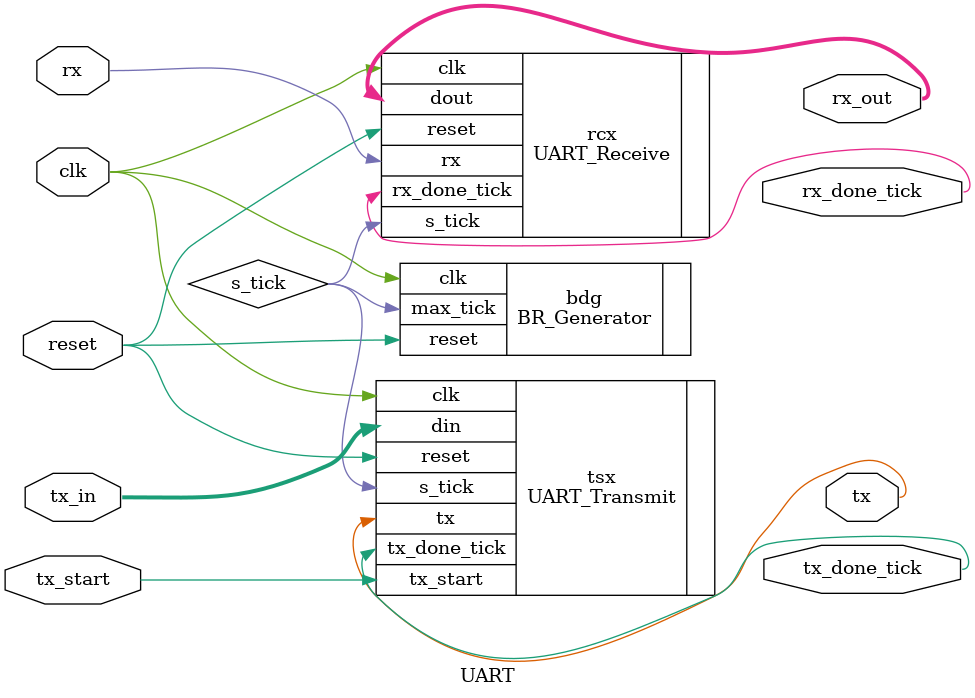
<source format=v>
`timescale 1ns / 1ps

module UART(clk,
				reset,
				
				rx,
				rx_done_tick,
				rx_out,
				
				tx_start,
				tx_in,
	         tx_done_tick,
				tx
);
	 
	 input clk;
	 input reset;
	 //Receive Ports
	 input  rx;
	 output rx_done_tick;
	 output [7:0] rx_out;
	 
	 //Sender Ports
	 input  tx_start;
	 input  [7:0] tx_in;
	 output tx_done_tick;
	 output tx;
	 
	BR_Generator bdg( 
			.clk(clk),
			.reset(reset), 
			.max_tick(s_tick)
	    );

	UART_Receive rcx(
			.clk(clk), 
			.reset(reset),
			.rx(rx), 
			.s_tick(s_tick), 
			.dout(rx_out), 
			.rx_done_tick(rx_done_tick)
	);
	
	
	UART_Transmit tsx (
			.clk(clk), 
			.reset(reset), 
			.tx_start(tx_start), 
			.s_tick(s_tick), 
			.din(tx_in), 
			.tx_done_tick(tx_done_tick), 
			.tx(tx)
		);

endmodule

</source>
